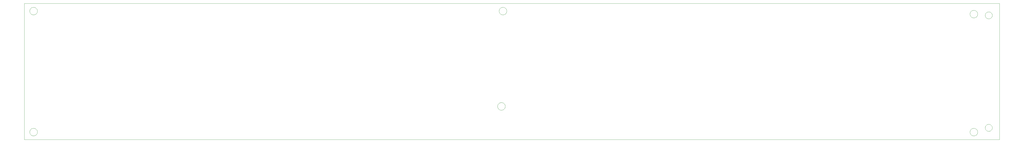
<source format=gm1>
G75*
G70*
%OFA0B0*%
%FSLAX24Y24*%
%IPPOS*%
%LPD*%
%AMOC8*
5,1,8,0,0,1.08239X$1,22.5*
%
%ADD10C,0.0000*%
D10*
X000100Y003375D02*
X000100Y025875D01*
X160600Y025875D01*
X160600Y003375D01*
X000100Y003375D01*
X000970Y004625D02*
X000972Y004675D01*
X000978Y004725D01*
X000988Y004774D01*
X001002Y004822D01*
X001019Y004869D01*
X001040Y004914D01*
X001065Y004958D01*
X001093Y004999D01*
X001125Y005038D01*
X001159Y005075D01*
X001196Y005109D01*
X001236Y005139D01*
X001278Y005166D01*
X001322Y005190D01*
X001368Y005211D01*
X001415Y005227D01*
X001463Y005240D01*
X001513Y005249D01*
X001562Y005254D01*
X001613Y005255D01*
X001663Y005252D01*
X001712Y005245D01*
X001761Y005234D01*
X001809Y005219D01*
X001855Y005201D01*
X001900Y005179D01*
X001943Y005153D01*
X001984Y005124D01*
X002023Y005092D01*
X002059Y005057D01*
X002091Y005019D01*
X002121Y004979D01*
X002148Y004936D01*
X002171Y004892D01*
X002190Y004846D01*
X002206Y004798D01*
X002218Y004749D01*
X002226Y004700D01*
X002230Y004650D01*
X002230Y004600D01*
X002226Y004550D01*
X002218Y004501D01*
X002206Y004452D01*
X002190Y004404D01*
X002171Y004358D01*
X002148Y004314D01*
X002121Y004271D01*
X002091Y004231D01*
X002059Y004193D01*
X002023Y004158D01*
X001984Y004126D01*
X001943Y004097D01*
X001900Y004071D01*
X001855Y004049D01*
X001809Y004031D01*
X001761Y004016D01*
X001712Y004005D01*
X001663Y003998D01*
X001613Y003995D01*
X001562Y003996D01*
X001513Y004001D01*
X001463Y004010D01*
X001415Y004023D01*
X001368Y004039D01*
X001322Y004060D01*
X001278Y004084D01*
X001236Y004111D01*
X001196Y004141D01*
X001159Y004175D01*
X001125Y004212D01*
X001093Y004251D01*
X001065Y004292D01*
X001040Y004336D01*
X001019Y004381D01*
X001002Y004428D01*
X000988Y004476D01*
X000978Y004525D01*
X000972Y004575D01*
X000970Y004625D01*
X077970Y008875D02*
X077972Y008925D01*
X077978Y008975D01*
X077988Y009024D01*
X078002Y009072D01*
X078019Y009119D01*
X078040Y009164D01*
X078065Y009208D01*
X078093Y009249D01*
X078125Y009288D01*
X078159Y009325D01*
X078196Y009359D01*
X078236Y009389D01*
X078278Y009416D01*
X078322Y009440D01*
X078368Y009461D01*
X078415Y009477D01*
X078463Y009490D01*
X078513Y009499D01*
X078562Y009504D01*
X078613Y009505D01*
X078663Y009502D01*
X078712Y009495D01*
X078761Y009484D01*
X078809Y009469D01*
X078855Y009451D01*
X078900Y009429D01*
X078943Y009403D01*
X078984Y009374D01*
X079023Y009342D01*
X079059Y009307D01*
X079091Y009269D01*
X079121Y009229D01*
X079148Y009186D01*
X079171Y009142D01*
X079190Y009096D01*
X079206Y009048D01*
X079218Y008999D01*
X079226Y008950D01*
X079230Y008900D01*
X079230Y008850D01*
X079226Y008800D01*
X079218Y008751D01*
X079206Y008702D01*
X079190Y008654D01*
X079171Y008608D01*
X079148Y008564D01*
X079121Y008521D01*
X079091Y008481D01*
X079059Y008443D01*
X079023Y008408D01*
X078984Y008376D01*
X078943Y008347D01*
X078900Y008321D01*
X078855Y008299D01*
X078809Y008281D01*
X078761Y008266D01*
X078712Y008255D01*
X078663Y008248D01*
X078613Y008245D01*
X078562Y008246D01*
X078513Y008251D01*
X078463Y008260D01*
X078415Y008273D01*
X078368Y008289D01*
X078322Y008310D01*
X078278Y008334D01*
X078236Y008361D01*
X078196Y008391D01*
X078159Y008425D01*
X078125Y008462D01*
X078093Y008501D01*
X078065Y008542D01*
X078040Y008586D01*
X078019Y008631D01*
X078002Y008678D01*
X077988Y008726D01*
X077978Y008775D01*
X077972Y008825D01*
X077970Y008875D01*
X155720Y004625D02*
X155722Y004675D01*
X155728Y004725D01*
X155738Y004774D01*
X155752Y004822D01*
X155769Y004869D01*
X155790Y004914D01*
X155815Y004958D01*
X155843Y004999D01*
X155875Y005038D01*
X155909Y005075D01*
X155946Y005109D01*
X155986Y005139D01*
X156028Y005166D01*
X156072Y005190D01*
X156118Y005211D01*
X156165Y005227D01*
X156213Y005240D01*
X156263Y005249D01*
X156312Y005254D01*
X156363Y005255D01*
X156413Y005252D01*
X156462Y005245D01*
X156511Y005234D01*
X156559Y005219D01*
X156605Y005201D01*
X156650Y005179D01*
X156693Y005153D01*
X156734Y005124D01*
X156773Y005092D01*
X156809Y005057D01*
X156841Y005019D01*
X156871Y004979D01*
X156898Y004936D01*
X156921Y004892D01*
X156940Y004846D01*
X156956Y004798D01*
X156968Y004749D01*
X156976Y004700D01*
X156980Y004650D01*
X156980Y004600D01*
X156976Y004550D01*
X156968Y004501D01*
X156956Y004452D01*
X156940Y004404D01*
X156921Y004358D01*
X156898Y004314D01*
X156871Y004271D01*
X156841Y004231D01*
X156809Y004193D01*
X156773Y004158D01*
X156734Y004126D01*
X156693Y004097D01*
X156650Y004071D01*
X156605Y004049D01*
X156559Y004031D01*
X156511Y004016D01*
X156462Y004005D01*
X156413Y003998D01*
X156363Y003995D01*
X156312Y003996D01*
X156263Y004001D01*
X156213Y004010D01*
X156165Y004023D01*
X156118Y004039D01*
X156072Y004060D01*
X156028Y004084D01*
X155986Y004111D01*
X155946Y004141D01*
X155909Y004175D01*
X155875Y004212D01*
X155843Y004251D01*
X155815Y004292D01*
X155790Y004336D01*
X155769Y004381D01*
X155752Y004428D01*
X155738Y004476D01*
X155728Y004525D01*
X155722Y004575D01*
X155720Y004625D01*
X158230Y005335D02*
X158232Y005383D01*
X158238Y005430D01*
X158248Y005477D01*
X158261Y005523D01*
X158279Y005568D01*
X158300Y005611D01*
X158324Y005652D01*
X158352Y005691D01*
X158383Y005728D01*
X158417Y005762D01*
X158454Y005793D01*
X158493Y005821D01*
X158534Y005845D01*
X158577Y005866D01*
X158622Y005884D01*
X158668Y005897D01*
X158715Y005907D01*
X158762Y005913D01*
X158810Y005915D01*
X158858Y005913D01*
X158905Y005907D01*
X158952Y005897D01*
X158998Y005884D01*
X159043Y005866D01*
X159086Y005845D01*
X159127Y005821D01*
X159166Y005793D01*
X159203Y005762D01*
X159237Y005728D01*
X159268Y005691D01*
X159296Y005652D01*
X159320Y005611D01*
X159341Y005568D01*
X159359Y005523D01*
X159372Y005477D01*
X159382Y005430D01*
X159388Y005383D01*
X159390Y005335D01*
X159388Y005287D01*
X159382Y005240D01*
X159372Y005193D01*
X159359Y005147D01*
X159341Y005102D01*
X159320Y005059D01*
X159296Y005018D01*
X159268Y004979D01*
X159237Y004942D01*
X159203Y004908D01*
X159166Y004877D01*
X159127Y004849D01*
X159086Y004825D01*
X159043Y004804D01*
X158998Y004786D01*
X158952Y004773D01*
X158905Y004763D01*
X158858Y004757D01*
X158810Y004755D01*
X158762Y004757D01*
X158715Y004763D01*
X158668Y004773D01*
X158622Y004786D01*
X158577Y004804D01*
X158534Y004825D01*
X158493Y004849D01*
X158454Y004877D01*
X158417Y004908D01*
X158383Y004942D01*
X158352Y004979D01*
X158324Y005018D01*
X158300Y005059D01*
X158279Y005102D01*
X158261Y005147D01*
X158248Y005193D01*
X158238Y005240D01*
X158232Y005287D01*
X158230Y005335D01*
X158230Y023915D02*
X158232Y023963D01*
X158238Y024010D01*
X158248Y024057D01*
X158261Y024103D01*
X158279Y024148D01*
X158300Y024191D01*
X158324Y024232D01*
X158352Y024271D01*
X158383Y024308D01*
X158417Y024342D01*
X158454Y024373D01*
X158493Y024401D01*
X158534Y024425D01*
X158577Y024446D01*
X158622Y024464D01*
X158668Y024477D01*
X158715Y024487D01*
X158762Y024493D01*
X158810Y024495D01*
X158858Y024493D01*
X158905Y024487D01*
X158952Y024477D01*
X158998Y024464D01*
X159043Y024446D01*
X159086Y024425D01*
X159127Y024401D01*
X159166Y024373D01*
X159203Y024342D01*
X159237Y024308D01*
X159268Y024271D01*
X159296Y024232D01*
X159320Y024191D01*
X159341Y024148D01*
X159359Y024103D01*
X159372Y024057D01*
X159382Y024010D01*
X159388Y023963D01*
X159390Y023915D01*
X159388Y023867D01*
X159382Y023820D01*
X159372Y023773D01*
X159359Y023727D01*
X159341Y023682D01*
X159320Y023639D01*
X159296Y023598D01*
X159268Y023559D01*
X159237Y023522D01*
X159203Y023488D01*
X159166Y023457D01*
X159127Y023429D01*
X159086Y023405D01*
X159043Y023384D01*
X158998Y023366D01*
X158952Y023353D01*
X158905Y023343D01*
X158858Y023337D01*
X158810Y023335D01*
X158762Y023337D01*
X158715Y023343D01*
X158668Y023353D01*
X158622Y023366D01*
X158577Y023384D01*
X158534Y023405D01*
X158493Y023429D01*
X158454Y023457D01*
X158417Y023488D01*
X158383Y023522D01*
X158352Y023559D01*
X158324Y023598D01*
X158300Y023639D01*
X158279Y023682D01*
X158261Y023727D01*
X158248Y023773D01*
X158238Y023820D01*
X158232Y023867D01*
X158230Y023915D01*
X155720Y024125D02*
X155722Y024175D01*
X155728Y024225D01*
X155738Y024274D01*
X155752Y024322D01*
X155769Y024369D01*
X155790Y024414D01*
X155815Y024458D01*
X155843Y024499D01*
X155875Y024538D01*
X155909Y024575D01*
X155946Y024609D01*
X155986Y024639D01*
X156028Y024666D01*
X156072Y024690D01*
X156118Y024711D01*
X156165Y024727D01*
X156213Y024740D01*
X156263Y024749D01*
X156312Y024754D01*
X156363Y024755D01*
X156413Y024752D01*
X156462Y024745D01*
X156511Y024734D01*
X156559Y024719D01*
X156605Y024701D01*
X156650Y024679D01*
X156693Y024653D01*
X156734Y024624D01*
X156773Y024592D01*
X156809Y024557D01*
X156841Y024519D01*
X156871Y024479D01*
X156898Y024436D01*
X156921Y024392D01*
X156940Y024346D01*
X156956Y024298D01*
X156968Y024249D01*
X156976Y024200D01*
X156980Y024150D01*
X156980Y024100D01*
X156976Y024050D01*
X156968Y024001D01*
X156956Y023952D01*
X156940Y023904D01*
X156921Y023858D01*
X156898Y023814D01*
X156871Y023771D01*
X156841Y023731D01*
X156809Y023693D01*
X156773Y023658D01*
X156734Y023626D01*
X156693Y023597D01*
X156650Y023571D01*
X156605Y023549D01*
X156559Y023531D01*
X156511Y023516D01*
X156462Y023505D01*
X156413Y023498D01*
X156363Y023495D01*
X156312Y023496D01*
X156263Y023501D01*
X156213Y023510D01*
X156165Y023523D01*
X156118Y023539D01*
X156072Y023560D01*
X156028Y023584D01*
X155986Y023611D01*
X155946Y023641D01*
X155909Y023675D01*
X155875Y023712D01*
X155843Y023751D01*
X155815Y023792D01*
X155790Y023836D01*
X155769Y023881D01*
X155752Y023928D01*
X155738Y023976D01*
X155728Y024025D01*
X155722Y024075D01*
X155720Y024125D01*
X078220Y024625D02*
X078222Y024675D01*
X078228Y024725D01*
X078238Y024774D01*
X078252Y024822D01*
X078269Y024869D01*
X078290Y024914D01*
X078315Y024958D01*
X078343Y024999D01*
X078375Y025038D01*
X078409Y025075D01*
X078446Y025109D01*
X078486Y025139D01*
X078528Y025166D01*
X078572Y025190D01*
X078618Y025211D01*
X078665Y025227D01*
X078713Y025240D01*
X078763Y025249D01*
X078812Y025254D01*
X078863Y025255D01*
X078913Y025252D01*
X078962Y025245D01*
X079011Y025234D01*
X079059Y025219D01*
X079105Y025201D01*
X079150Y025179D01*
X079193Y025153D01*
X079234Y025124D01*
X079273Y025092D01*
X079309Y025057D01*
X079341Y025019D01*
X079371Y024979D01*
X079398Y024936D01*
X079421Y024892D01*
X079440Y024846D01*
X079456Y024798D01*
X079468Y024749D01*
X079476Y024700D01*
X079480Y024650D01*
X079480Y024600D01*
X079476Y024550D01*
X079468Y024501D01*
X079456Y024452D01*
X079440Y024404D01*
X079421Y024358D01*
X079398Y024314D01*
X079371Y024271D01*
X079341Y024231D01*
X079309Y024193D01*
X079273Y024158D01*
X079234Y024126D01*
X079193Y024097D01*
X079150Y024071D01*
X079105Y024049D01*
X079059Y024031D01*
X079011Y024016D01*
X078962Y024005D01*
X078913Y023998D01*
X078863Y023995D01*
X078812Y023996D01*
X078763Y024001D01*
X078713Y024010D01*
X078665Y024023D01*
X078618Y024039D01*
X078572Y024060D01*
X078528Y024084D01*
X078486Y024111D01*
X078446Y024141D01*
X078409Y024175D01*
X078375Y024212D01*
X078343Y024251D01*
X078315Y024292D01*
X078290Y024336D01*
X078269Y024381D01*
X078252Y024428D01*
X078238Y024476D01*
X078228Y024525D01*
X078222Y024575D01*
X078220Y024625D01*
X000970Y024625D02*
X000972Y024675D01*
X000978Y024725D01*
X000988Y024774D01*
X001002Y024822D01*
X001019Y024869D01*
X001040Y024914D01*
X001065Y024958D01*
X001093Y024999D01*
X001125Y025038D01*
X001159Y025075D01*
X001196Y025109D01*
X001236Y025139D01*
X001278Y025166D01*
X001322Y025190D01*
X001368Y025211D01*
X001415Y025227D01*
X001463Y025240D01*
X001513Y025249D01*
X001562Y025254D01*
X001613Y025255D01*
X001663Y025252D01*
X001712Y025245D01*
X001761Y025234D01*
X001809Y025219D01*
X001855Y025201D01*
X001900Y025179D01*
X001943Y025153D01*
X001984Y025124D01*
X002023Y025092D01*
X002059Y025057D01*
X002091Y025019D01*
X002121Y024979D01*
X002148Y024936D01*
X002171Y024892D01*
X002190Y024846D01*
X002206Y024798D01*
X002218Y024749D01*
X002226Y024700D01*
X002230Y024650D01*
X002230Y024600D01*
X002226Y024550D01*
X002218Y024501D01*
X002206Y024452D01*
X002190Y024404D01*
X002171Y024358D01*
X002148Y024314D01*
X002121Y024271D01*
X002091Y024231D01*
X002059Y024193D01*
X002023Y024158D01*
X001984Y024126D01*
X001943Y024097D01*
X001900Y024071D01*
X001855Y024049D01*
X001809Y024031D01*
X001761Y024016D01*
X001712Y024005D01*
X001663Y023998D01*
X001613Y023995D01*
X001562Y023996D01*
X001513Y024001D01*
X001463Y024010D01*
X001415Y024023D01*
X001368Y024039D01*
X001322Y024060D01*
X001278Y024084D01*
X001236Y024111D01*
X001196Y024141D01*
X001159Y024175D01*
X001125Y024212D01*
X001093Y024251D01*
X001065Y024292D01*
X001040Y024336D01*
X001019Y024381D01*
X001002Y024428D01*
X000988Y024476D01*
X000978Y024525D01*
X000972Y024575D01*
X000970Y024625D01*
M02*

</source>
